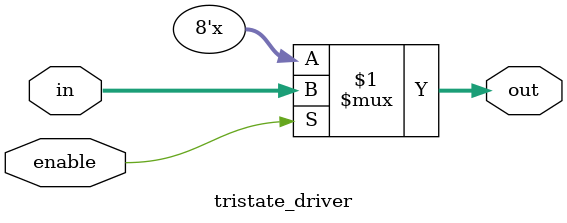
<source format=v>
module tristate_driver #(parameter w = 8) (
  input [w-1:0]in,
  input enable,
  output tri [w-1:0]out
);

  assign out = (enable) ? in : {w{1'bz}};
  
endmodule
</source>
